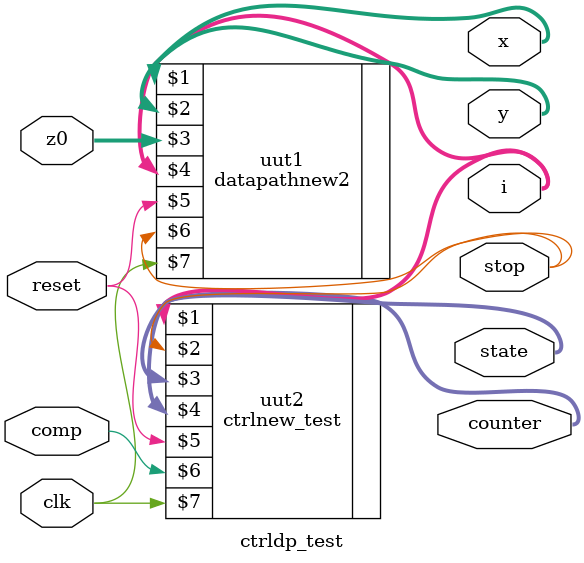
<source format=v>
`timescale 1ns / 1ps


module ctrldp_test(
    output [15:0] x,
    output [15:0] y,
    output stop,
    output [1:0] state,
    output [3:0] i,
    output [4:0] counter,
    input [15:0] z0,
    input reset,
    input comp,
    input clk
    );
    
    datapathnew2 uut1(x,y,z0,i,reset,stop,clk);
    ctrlnew_test uut2(i,stop,state,counter,reset,comp,clk);
    
endmodule

</source>
